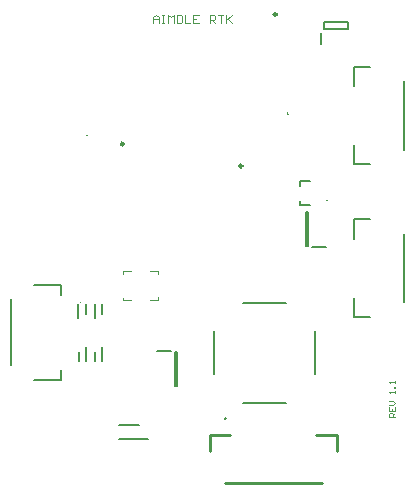
<source format=gbr>
%TF.GenerationSoftware,Altium Limited,Altium Designer,23.9.2 (47)*%
G04 Layer_Color=65535*
%FSLAX45Y45*%
%MOMM*%
%TF.SameCoordinates,C6D65D71-24B2-464F-8DE7-77A712877E08*%
%TF.FilePolarity,Positive*%
%TF.FileFunction,Legend,Top*%
%TF.Part,Single*%
G01*
G75*
%TA.AperFunction,NonConductor*%
%ADD93C,0.25000*%
%ADD94C,0.20000*%
%ADD95C,0.10000*%
%ADD96C,0.25400*%
D93*
X1019760Y2985420D02*
G03*
X1019760Y2985420I-12500J0D01*
G01*
X2024640Y2798980D02*
G03*
X2024640Y2798980I-12500J0D01*
G01*
X2315275Y4081896D02*
G03*
X2315275Y4081896I-12500J0D01*
G01*
D94*
X2407820Y3234440D02*
G03*
X2407820Y3244440I0J5000D01*
G01*
D02*
G03*
X2407820Y3234440I0J-5000D01*
G01*
D02*
G03*
X2407820Y3244440I0J5000D01*
G01*
X2615480Y2114720D02*
X2735480D01*
X2580480Y2123220D02*
Y2413220D01*
X2560480D02*
X2580480D01*
X2560480Y2123220D02*
Y2413220D01*
Y2123220D02*
X2580480D01*
X1298040Y1235540D02*
X1418040D01*
X1453040Y937040D02*
Y1227040D01*
Y937040D02*
X1473040D01*
Y1227040D01*
X1453040D02*
X1473040D01*
X2716004Y3959241D02*
Y4014241D01*
X2916004D01*
Y3959241D02*
Y4014241D01*
X2716004Y3959241D02*
X2916004D01*
X2693504Y3829241D02*
Y3924241D01*
X491257Y989761D02*
Y1069760D01*
X258757Y989761D02*
X491257D01*
X66257Y1109761D02*
Y1669760D01*
X258757Y1789760D02*
X491257D01*
Y1709761D02*
Y1789760D01*
X980000Y485000D02*
X1222000D01*
X980000Y610000D02*
X1150000D01*
X640538Y1146584D02*
Y1226584D01*
X700538Y1146584D02*
Y1262084D01*
X779239Y1146584D02*
Y1226584D01*
X839239Y1146584D02*
Y1262084D01*
Y1548527D02*
Y1628527D01*
X779239Y1513027D02*
Y1628527D01*
X696932Y1548527D02*
Y1628527D01*
X636932Y1513027D02*
Y1628527D01*
X2967340Y3476376D02*
Y3638876D01*
Y2813876D02*
Y2976376D01*
Y3638876D02*
X3107340D01*
X2967340Y2813876D02*
X3107340D01*
X3392340Y2936376D02*
Y3516376D01*
X2968376Y2184744D02*
Y2347244D01*
Y1522244D02*
Y1684744D01*
Y2347244D02*
X3108376D01*
X2968376Y1522244D02*
X3108376D01*
X3393376Y1644744D02*
Y2224744D01*
X2510520Y2470480D02*
X2593020D01*
X2510520D02*
Y2505480D01*
Y2670480D02*
X2593020D01*
X2510520Y2630480D02*
Y2670480D01*
X2636860Y1037849D02*
Y1397849D01*
X1786861Y1037849D02*
Y1397849D01*
X2031861Y1642849D02*
X2391860D01*
X2031861Y792849D02*
X2391860D01*
D95*
X715602Y3056889D02*
G03*
X705602Y3056889I-5000J0D01*
G01*
D02*
G03*
X715602Y3056889I5000J0D01*
G01*
X658757Y1639760D02*
G03*
X648757Y1639760I-5000J0D01*
G01*
D02*
G03*
X658757Y1639760I5000J0D01*
G01*
X2743020Y2505480D02*
G03*
X2733020Y2505480I-5000J0D01*
G01*
D02*
G03*
X2743020Y2505480I5000J0D01*
G01*
X972533Y1856985D02*
G03*
X972533Y1866985I0J5000D01*
G01*
D02*
G03*
X972533Y1856985I0J-5000D01*
G01*
X1312533Y1661985D02*
Y1686985D01*
X1242533Y1661985D02*
X1312533D01*
X1012533D02*
X1082533D01*
X1012533D02*
Y1676985D01*
X1312533Y1886985D02*
Y1911985D01*
X1242533D02*
X1312533D01*
X1012533D02*
X1082533D01*
X1012533Y1886985D02*
Y1911985D01*
X3319940Y675480D02*
X3269956D01*
Y700472D01*
X3278287Y708802D01*
X3294948D01*
X3303279Y700472D01*
Y675480D01*
Y692141D02*
X3319940Y708802D01*
X3269956Y758786D02*
Y725464D01*
X3319940D01*
Y758786D01*
X3294948Y725464D02*
Y742125D01*
X3269956Y775447D02*
X3303279D01*
X3319940Y792108D01*
X3303279Y808770D01*
X3269956D01*
X3319940Y875415D02*
Y892076D01*
Y883745D01*
X3269956D01*
X3278287Y875415D01*
X3319940Y917068D02*
X3311609D01*
Y925398D01*
X3319940D01*
Y917068D01*
Y958721D02*
Y975382D01*
Y967052D01*
X3269956D01*
X3278287Y958721D01*
X1270000Y4010000D02*
Y4056652D01*
X1293326Y4079977D01*
X1316652Y4056652D01*
Y4010000D01*
Y4044989D01*
X1270000D01*
X1339978Y4079977D02*
X1363303D01*
X1351640D01*
Y4010000D01*
X1339978D01*
X1363303D01*
X1398292D02*
Y4079977D01*
X1421618Y4056652D01*
X1444944Y4079977D01*
Y4010000D01*
X1468270Y4079977D02*
Y4010000D01*
X1503258D01*
X1514921Y4021663D01*
Y4068314D01*
X1503258Y4079977D01*
X1468270D01*
X1538247D02*
Y4010000D01*
X1584899D01*
X1654876Y4079977D02*
X1608225D01*
Y4010000D01*
X1654876D01*
X1608225Y4044989D02*
X1631550D01*
X1748180Y4010000D02*
Y4079977D01*
X1783168D01*
X1794831Y4068314D01*
Y4044989D01*
X1783168Y4033326D01*
X1748180D01*
X1771505D02*
X1794831Y4010000D01*
X1818157Y4079977D02*
X1864809D01*
X1841483D01*
Y4010000D01*
X1888135Y4079977D02*
Y4010000D01*
Y4033326D01*
X1934786Y4079977D01*
X1899798Y4044989D01*
X1934786Y4010000D01*
D96*
X1880910Y658567D02*
G03*
X1880910Y658567I-6010J0D01*
G01*
X1750000Y522500D02*
X1923067D01*
X2649500D02*
X2825000D01*
Y388100D02*
Y522500D01*
X1750000Y385267D02*
Y522500D01*
X1876333Y117500D02*
X2701900D01*
%TF.MD5,65486ad9524e5da3ead89e2f51367fa9*%
M02*

</source>
